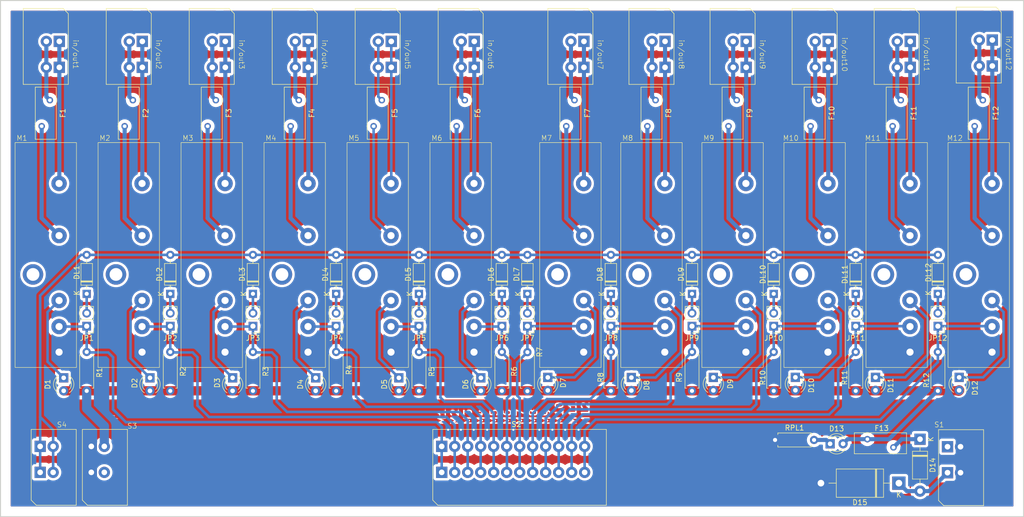
<source format=kicad_pcb>
(kicad_pcb (version 20240108) (generator "pcbnew") (generator_version "8.0")
  (layers (0 "F.Cu" signal) (31 "B.Cu" signal) (34 "B.Paste" user) (35 "F.Paste" user) (36 "B.SilkS" user "B.Silkscreen") (37 "F.SilkS" user "F.Silkscreen") (38 "B.Mask" user) (39 "F.Mask" user) (44 "Edge.Cuts" user))
  (net 0 "")
  (net 1 "Net-(in/out1-Pin_2)")
  (net 2 "Net-(M1--_in_out)")
  (net 3 "Net-(in/out2-Pin_2)")
  (net 4 "Net-(M2--_in_out)")
  (net 5 "Net-(in/out3-Pin_2)")
  (net 6 "Net-(M3--_in_out)")
  (net 7 "Net-(in/out4-Pin_2)")
  (net 8 "Net-(M4--_in_out)")
  (net 9 "Net-(in/out5-Pin_2)")
  (net 10 "Net-(M5--_in_out)")
  (net 11 "Net-(in/out6-Pin_2)")
  (net 12 "Net-(M6--_in_out)")
  (net 13 "Net-(in/out7-Pin_2)")
  (net 14 "Net-(M7--_in_out)")
  (net 15 "Net-(in/out8-Pin_2)")
  (net 16 "Net-(M8--_in_out)")
  (net 17 "Net-(in/out9-Pin_2)")
  (net 18 "Net-(M9--_in_out)")
  (net 19 "Net-(in/out10-Pin_2)")
  (net 20 "Net-(M10--_in_out)")
  (net 21 "Net-(in/out11-Pin_2)")
  (net 22 "Net-(M11--_in_out)")
  (net 23 "Net-(in/out12-Pin_2)")
  (net 24 "Net-(M12--_in_out)")
  (net 25 "VCC")
  (net 26 "+5V")
  (net 27 "Net-(M1-+_in_out)")
  (net 28 "Net-(D1-K)")
  (net 29 "GND")
  (net 30 "Net-(M2-+_in_out)")
  (net 31 "Net-(D2-K)")
  (net 32 "Net-(M3-+_in_out)")
  (net 33 "Net-(D3-K)")
  (net 34 "Net-(M4-+_in_out)")
  (net 35 "Net-(D4-K)")
  (net 36 "Net-(M5-+_in_out)")
  (net 37 "Net-(D5-K)")
  (net 38 "Net-(M6-+_in_out)")
  (net 39 "Net-(D6-K)")
  (net 40 "Net-(M7-+_in_out)")
  (net 41 "Net-(D12-K)")
  (net 42 "Net-(M8-+_in_out)")
  (net 43 "Net-(D11-K)")
  (net 44 "Net-(M9-+_in_out)")
  (net 45 "Net-(D10-K)")
  (net 46 "Net-(M10-+_in_out)")
  (net 47 "Net-(D9-K)")
  (net 48 "Net-(M11-+_in_out)")
  (net 49 "Net-(D8-K)")
  (net 50 "Net-(M12-+_in_out)")
  (net 51 "Net-(D7-K)")
  (net 52 "Net-(D13-K)")
  (net 53 "Net-(D14-K)")
  (net 54 "/J3-4")
  (net 55 "/J3-6")
  (net 56 "/J3-8")
  (net 57 "/J3-10")
  (net 58 "/J3-12")
  (net 59 "/J3-14")
  (net 60 "/J3-16")
  (net 61 "/J3-18")
  (net 62 "/J3-20")
  (net 63 "/J3-22")
  (net 64 "/J3-24")
  (net 65 "/J3-26")
  (net 66 "Net-(DL1-K)")
  (net 67 "/J3-27")
  (net 68 "Net-(DL2-K)")
  (net 69 "Net-(DL3-K)")
  (net 70 "Net-(DL4-K)")
  (net 71 "Net-(DL5-K)")
  (net 72 "Net-(DL6-K)")
  (net 73 "Net-(DL7-K)")
  (net 74 "Net-(DL8-K)")
  (net 75 "Net-(DL9-K)")
  (net 76 "Net-(DL10-K)")
  (net 77 "Net-(DL11-K)")
  (net 78 "Net-(DL12-K)")
  (footprint "Dataforth Modules:SCMD-Module-DIM" (layer "F.Cu") (at 83.515405 66.346966 90)
    (property "Reference" "M4")
    (property "Value" "SCMD")
  )
  (footprint "Connector_PinHeader_2.54mm:PinHeader_1x02_P2.54mm_Vertical" (layer "F.Cu") (at 75.347614 80.2693 180)
    (property "Reference" "JP3")
    (property "Value" "PCIN Init" (hide yes))
  )
  (footprint "Fuse:Fuse_BelFuse_0ZRE0016FF_L9.9mm_W3.8mm" (layer "F.Cu") (at 100.538002 36.045166 -90)
    (property "Reference" "F5")
    (property "Value" "Polyfuse" (hide yes))
  )
  (footprint "LED_THT:LED_D3.0mm_Clear" (layer "F.Cu") (at 103.873199 90.376109 -90)
    (property "Reference" "D5")
    (property "Value" "LED" (hide yes))
  )
  (footprint "Resistor_THT:R_Axial_DIN0207_L6.3mm_D2.5mm_P7.62mm_Horizontal" (layer "F.Cu") (at 107.801302 85.314839 -90)
    (property "Reference" "R5")
    (property "Value" "3.3R")
  )
  (footprint "LED_THT:LED_D3.0mm_Clear" (layer "F.Cu") (at 181.390404 90.269835 -90)
    (property "Reference" "D10")
    (property "Value" "LED" (hide yes))
  )
  (footprint "Diode_THT:D_DO-35_SOD27_P7.62mm_Horizontal" (layer "F.Cu") (at 177.151008 73.94008 90)
    (property "Reference" "DL10")
    (property "Value" "1N4148" (hide yes))
  )
  (footprint "LED_THT:LED_D3.0mm_Clear" (layer "F.Cu") (at 197.049617 90.283587 -90)
    (property "Reference" "D11")
    (property "Value" "LED" (hide yes))
  )
  (footprint "TerminalBlock_Series_KF141R:KF141R-2.54-02P-14 (DG141R-2.54-02P-14)" (layer "F.Cu") (at 188.998226 27.096966 180)
    (property "Reference" "in/out10")
    (property "Value" "KF141R-2.54-02P-14" (hide yes))
  )
  (footprint "Diode_THT:D_DO-35_SOD27_P7.62mm_Horizontal" (layer "F.Cu") (at 129 73.934839 90)
    (property "Reference" "DL7")
    (property "Value" "1N4148" (hide yes))
  )
  (footprint "TerminalBlock_Series_KF141R:KF141R-2.54-02P-14 (DG141R-2.54-02P-14)" (layer "F.Cu") (at 172.958703 27.096966 180)
    (property "Reference" "in/out9")
    (property "Value" "KF141R-2.54-02P-14" (hide yes))
  )
  (footprint "Dataforth Modules:SCMD-Module-DIM" (layer "F.Cu") (at 99.738002 66.346966 90)
    (property "Reference" "M5")
    (property "Value" "SCMD")
  )
  (footprint "Connector_PinHeader_2.54mm:PinHeader_1x02_P2.54mm_Vertical" (layer "F.Cu") (at 129 80.2693 180)
    (property "Reference" "JP7")
    (property "Value" "PCIN Init" (hide yes))
  )
  (footprint "LED_THT:LED_D3.0mm_Clear" (layer "F.Cu") (at 188.1717 103.285166)
    (property "Reference" "D13")
    (property "Value" "LED" (hide yes))
  )
  (footprint "Dataforth Modules:SCMD-Module-DIM" (layer "F.Cu") (at 201.190474 66.346966 90)
    (property "Reference" "M11")
    (property "Value" "SCMD")
  )
  (footprint "TerminalBlock_Series_KF141R:KF141R-2.54-02P-14 (DG141R-2.54-02P-14)" (layer "F.Cu") (at 205.037749 27.096966 180)
    (property "Reference" "in/out11")
    (property "Value" "KF141R-2.54-02P-14" (hide yes))
  )
  (footprint "TerminalBlock_Series_KF141R:KF141R-2.54-02P-14 (DG141R-2.54-02P-14)" (layer "F.Cu") (at 42.55545 106.323366)
    (property "Reference" "S3")
    (property "Value" "KF141R-2.54-02P-14" (hide yes))
  )
  (footprint "Resistor_THT:R_Axial_DIN0207_L6.3mm_D2.5mm_P7.62mm_Horizontal" (layer "F.Cu") (at 59.18691 85.314839 -90)
    (property "Reference" "R2")
    (property "Value" "3.3R")
  )
  (footprint "TerminalBlock_Series_KF141R:KF141R-2.54-02P-14 (DG141R-2.54-02P-14)" (layer "F.Cu") (at 54.917486 27.096966 180)
    (property "Reference" "in/out2")
    (property "Value" "KF141R-2.54-02P-14" (hide yes))
  )
  (footprint "TerminalBlock_Series_KF141R:KF141R-2.54-02P-14 (DG141R-2.54-02P-14)" (layer "F.Cu") (at 209.93 106.384734)
    (property "Reference" "S1")
    (property "Value" "Logic Supply" (hide yes))
  )
  (footprint "Fuse:Fuse_BelFuse_0ZRE0016FF_L9.9mm_W3.8mm" (layer "F.Cu") (at 200.56085 103.985166 180)
    (property "Reference" "F13")
    (property "Value" "Polyfuse" (hide yes))
  )
  (footprint "Dataforth Modules:SCMD-Module-DIM" (layer "F.Cu") (at 185.150951 66.346966 90)
    (property "Reference" "M10")
    (property "Value" "SCMD")
  )
  (footprint "Fuse:Fuse_BelFuse_0ZRE0016FF_L9.9mm_W3.8mm" (layer "F.Cu") (at 138.2 36.045166 -90)
    (property "Reference" "F7")
    (property "Value" "Polyfuse" (hide yes))
  )
  (footprint "Diode_THT:D_DO-35_SOD27_P7.62mm_Horizontal" (layer "F.Cu") (at 107.801302 73.934839 90)
    (property "Reference" "DL5")
    (property "Value" "1N4148" (hide yes))
  )
  (footprint "Resistor_THT:R_Axial_DIN0207_L6.3mm_D2.5mm_P7.62mm_Horizontal" (layer "F.Cu") (at 177.151008 85.314839 -90)
    (property "Reference" "R10")
    (property "Value" "3.3R")
  )
  (footprint "TerminalBlock_Series_KF141R:KF141R-2.54-02P-14 (DG141R-2.54-02P-14)" (layer "F.Cu") (at 119.807874 27.096966 180)
    (property "Reference" "in/out6")
    (property "Value" "KF141R-2.54-02P-14" (hide yes))
  )
  (footprint "Fuse:Fuse_BelFuse_0ZRE0016FF_L9.9mm_W3.8mm" (layer "F.Cu") (at 201.990474 36.045166 -90)
    (property "Reference" "F11")
    (property "Value" "Polyfuse" (hide yes))
  )
  (footprint "Resistor_THT:R_Axial_DIN0207_L6.3mm_D2.5mm_P7.62mm_Horizontal" (layer "F.Cu") (at 177.41255 102.535166)
    (property "Reference" "RPL1")
    (property "Value" "3.3R")
  )
  (footprint "LED_THT:LED_D3.0mm_Clear" (layer "F.Cu") (at 71.370539 90.376109 -90)
    (property "Reference" "D3")
    (property "Value" "LED" (hide yes))
  )
  (footprint "Dataforth Modules:SCMD-Module-DIM" (layer "F.Cu") (at 153.255714 66.346966 90)
    (property "Reference" "M8")
    (property "Value" "SCMD")
  )
  (footprint "TerminalBlock_Series_KF141R:KF141R-2.54-02P-14 (DG141R-2.54-02P-14)" (layer "F.Cu") (at 87.36268 27.096966 180)
    (property "Reference" "in/out4")
    (property "Value" "KF141R-2.54-02P-14" (hide yes))
  )
  (footprint "LED_THT:LED_D3.0mm_Clear" (layer "F.Cu") (at 55.218105 90.376109 -90)
    (property "Reference" "D2")
    (property "Value" "LED" (hide yes))
  )
  (footprint "Diode_THT:D_DO-201AE_P15.24mm_Horizontal" (layer "F.Cu") (at 201.62 110.985166 180)
    (property "Reference" "D15")
    (property "Value" "1N62xxA" (hide yes))
  )
  (footprint "Diode_THT:D_DO-35_SOD27_P7.62mm_Horizontal" (layer "F.Cu") (at 209.242354 73.934839 90)
    (property "Reference" "DL12")
    (property "Value" "1N4148" (hide yes))
  )
  (footprint "Connector_PinHeader_2.54mm:PinHeader_1x02_P2.54mm_Vertical" (layer "F.Cu") (at 161.175993 80.2693 180)
    (property "Reference" "JP9")
    (property "Value" "PCIN Init" (hide yes))
  )
  (footprint "LED_THT:LED_D3.0mm_Clear" (layer "F.Cu") (at 165.352951 90.297528 -90)
    (property "Reference" "D9")
    (property "Value" "LED" (hide yes))
  )
  (footprint "Connector_PinHeader_2.54mm:PinHeader_1x02_P2.54mm_Vertical" (layer "F.Cu") (at 91.614732 80.2693 180)
    (property "Reference" "JP4")
    (property "Value" "PCIN Init" (hide yes))
  )
  (footprint "Resistor_THT:R_Axial_DIN0207_L6.3mm_D2.5mm_P7.62mm_Horizontal" (layer "F.Cu") (at 209.242354 85.314839 -90)
    (property "Reference" "R12")
    (property "Value" "3.3R")
  )
  (footprint "TerminalBlock_Series_KF141R:KF141R-2.54-02P-14 (DG141R-2.54-02P-14)" (layer "F.Cu") (at 71.140083 27.096966 180)
    (property "Reference" "in/out3")
    (property "Value" "KF141R-2.54-02P-14" (hide yes))
  )
  (footprint "TerminalBlock_Series_KF141R:KF141R-2.54-02P-14 (DG141R-2.54-02P-14)" (layer "F.Cu") (at 32.55545 106.323366)
    (property "Reference" "S4")
    (property "Value" "KF141R-2.54-02P-14" (hide yes))
  )
  (footprint "Connector_PinHeader_2.54mm:PinHeader_1x02_P2.54mm_Vertical" (layer "F.Cu") (at 177.151008 80.2693 180)
    (property "Reference" "JP10")
    (property "Value" "PCIN Init" (hide yes))
  )
  (footprint "Connector_PinHeader_2.54mm:PinHeader_1x02_P2.54mm_Vertical" (layer "F.Cu") (at 193.184938 80.2693 180)
    (property "Reference" "JP11")
    (property "Value" "PCIN Init" (hide yes))
  )
  (footprint "Resistor_THT:R_Axial_DIN0207_L6.3mm_D2.5mm_P7.62mm_Horizontal" (layer "F.Cu") (at 145.315061 85.314839 -90)
    (property "Reference" "R8")
    (property "Value" "3.3R")
  )
  (footprint "TerminalBlock_Series_KF141R:KF141R-2.54-12P-14 (DG141R-2.54-12P-14)" (layer "F.Cu") (at 110.929183 106.308798)
    (property "Reference" "S2")
    (property "Value" "KF141R-2.54-12P-14" (hide yes))
  )
  (footprint "Resistor_THT:R_Axial_DIN0207_L6.3mm_D2.5mm_P7.62mm_Horizontal" (layer "F.Cu") (at 42.847614 85.314839 -90)
    (property "Reference" "R1")
    (property "Value" "3.3R")
  )
  (footprint "Resistor_THT:R_Axial_DIN0207_L6.3mm_D2.5mm_P7.62mm_Horizontal" (layer "F.Cu") (at 193.184938 85.314839 -90)
    (property "Reference" "R11")
    (property "Value" "3.3R")
  )
  (footprint "Resistor_THT:R_Axial_DIN0207_L6.3mm_D2.5mm_P7.62mm_Horizontal" (layer "F.Cu") (at 75.347614 85.314839 -90)
    (property "Reference" "R3")
    (property "Value" "3.3R")
  )
  (footprint "Diode_THT:D_DO-35_SOD27_P7.62mm_Horizontal" (layer "F.Cu") (at 124.012016 73.934839 90)
    (property "Reference" "DL6")
    (property "Value" "1N4148" (hide yes))
  )
  (footprint "Resistor_THT:R_Axial_DIN0207_L6.3mm_D2.5mm_P7.62mm_Horizontal" (layer "F.Cu") (at 91.614732 85.314839 -90)
    (property "Reference" "R4")
    (property "Value" "3.3R")
  )
  (footprint "Diode_THT:D_DO-35_SOD27_P7.62mm_Horizontal" (layer "F.Cu") (at 42.847614 73.934839 90)
    (property "Reference" "DL1")
    (property "Value" "1N4148" (hide yes))
  )
  (footprint "Connector_PinHeader_2.54mm:PinHeader_1x02_P2.54mm_Vertical" (layer "F.Cu") (at 209.242354 80.2693 180)
    (property "Reference" "JP12")
    (property "Value" "PCIN Init" (hide yes))
  )
  (footprint "TerminalBlock_Series_KF141R:KF141R-2.54-02P-14 (DG141R-2.54-02P-14)" (layer "F.Cu") (at 221.077275 26.827823 180)
    (property "Reference" "in/out12")
    (property "Value" "KF141R-2.54-02P-14" (hide yes))
  )
  (footprint "Diode_THT:D_DO-35_SOD27_P7.62mm_Horizontal" (layer "F.Cu") (at 193.184938 73.934839 90)
    (property "Reference" "DL11")
    (property "Value" "1N4148" (hide yes))
  )
  (footprint "Diode_THT:D_DO-35_SOD27_P7.62mm_Horizontal" (layer "F.Cu") (at 91.614732 73.934839 90)
    (property "Reference" "DL4")
    (property "Value" "1N4148" (hide yes))
  )
  (footprint "TerminalBlock_Series_KF141R:KF141R-2.54-02P-14 (DG141R-2.54-02P-14)" (layer "F.Cu") (at 141.247275 27.096966 180)
    (property "Reference" "in/out7")
    (property "Value" "KF141R-2.54-02P-14" (hide yes))
  )
  (footprint "Fuse:Fuse_BelFuse_0ZRE0016FF_L9.9mm_W3.8mm" (layer "F.Cu") (at 51.870211 36.045166 -90)
    (property "Reference" "F2")
    (property "Value" "Polyfuse" (hide yes))
  )
  (footprint "Dataforth Modules:SCMD-Module-DIM" (layer "F.Cu") (at 67.292808 66.346966 90)
    (property "Reference" "M3")
    (property "Value" "SCMD")
  )
  (footprint "Diode_THT:D_DO-35_SOD27_P7.62mm_Horizontal" (layer "F.Cu") (at 145.315061 73.934839 90)
    (property "Reference" "DL8")
    (property "Value" "1N4148" (hide yes))
  )
  (footprint "Dataforth Modules:SCMD-Module-DIM" (layer "F.Cu") (at 169.111428 66.346966 90)
    (property "Reference" "M9")
    (property "Value" "SCMD")
  )
  (footprint "Fuse:Fuse_BelFuse_0ZRE0016FF_L9.9mm_W3.8mm" (layer "F.Cu") (at 218.03 36.045166 -90)
    (property "Reference" "F12")
    (property "Value" "Polyfuse" (hide yes))
  )
  (footprint "TerminalBlock_Series_KF141R:KF141R-2.54-02P-14 (DG141R-2.54-02P-14)" (layer "F.Cu") (at 38.694889 27.096966 180)
    (property "Reference" "in/out1")
    (property "Value" "KF141R-2.54-02P-14" (hide yes))
  )
  (footprint "Fuse:Fuse_BelFuse_0ZRE0016FF_L9.9mm_W3.8mm" (layer "F.Cu") (at 185.950951 36.045166 -90)
    (property "Reference" "F10")
    (property "Value" "Polyfuse" (hide yes))
  )
  (footprint "TerminalBlock_Series_KF141R:KF141R-2.54-02P-14 (DG141R-2.54-02P-14)" (layer "F.Cu") (at 157.102989 27.096966 180)
    (property "Reference" "in/out8")
    (property "Value" "KF141R-2.54-02P-14" (hide yes))
  )
  (footprint "LED_THT:LED_D3.0mm_Clear" (layer "F.Cu") (at 149.327564 90.324365 -90)
    (property "Reference" "D8")
    (property "Value" "LED" (hide yes))
  )
  (footprint "Connector_PinHeader_2.54mm:PinHeader_1x02_P2.54mm_Vertical" (layer "F.Cu") (at 42.847614 80.2693 180)
    (property "Reference" "JP1")
    (property "Value" "PCIN Init" (hide yes))
  )
  (footprint "LED_THT:LED_D3.0mm_Clear" (layer "F.Cu") (at 87.614732 90.376109 -90)
    (property "Reference" "D4")
    (property "Value" "LED" (hide yes))
  )
  (footprint "Dataforth Modules:SCMD-Module-DIM" (layer "F.Cu") (at 217.23 66.346966 90)
    (property "Reference" "M12")
    (property "Value" "SCMD")
  )
  (footprint "LED_THT:LED_D3.0mm_Clear" (layer "F.Cu") (at 213.400336 90.284839 -90)
    (property "Reference" "D12")
    (property "Value" "LED" (hide yes))
  )
  (footprint "LED_THT:LED_D3.0mm_Clear" (layer "F.Cu") (at 119.9039 90.376109 -90)
    (property "Reference" "D6")
    (property "Value" "LED" (hide yes))
  )
  (footprint "Fuse:Fuse_BelFuse_0ZRE0016FF_L9.9mm_W3.8mm" (layer "F.Cu") (at 84.315405 36.045166 -90)
    (property "Reference" "F4")
    (property "Value" "Polyfuse" (hide yes))
  )
  (footprint "Diode_THT:D_DO-35_SOD27_P7.62mm_Horizontal" (layer "F.Cu") (at 59.18691 73.934839 90)
    (property "Reference" "DL2")
    (property "Value" "1N4148" (hide yes))
  )
  (footprint "LED_THT:LED_D3.0mm_Clear" (layer "F.Cu") (at 38.347614 90.376109 -90)
    (property "Reference" "D1")
    (property "Value" "LED" (hide yes))
  )
  (footprint "Fuse:Fuse_BelFuse_0ZRE0016FF_L9.9mm_W3.8mm" (layer "F.Cu") (at 35.647614 36.045166 -90)
    (property "Reference" "F1")
    (property "Value" "Polyfuse" (hide yes))
  )
  (footprint "Connector_PinHeader_2.54mm:PinHeader_1x02_P2.54mm_Vertical" (layer "F.Cu") (at 145.315061 80.2693 180)
    (property "Reference" "JP8")
    (property "Value" "PCIN Init" (hide yes))
  )
  (footprint "Resistor_THT:R_Axial_DIN0207_L6.3mm_D2.5mm_P7.62mm_Horizontal" (layer "F.Cu") (at 161.175993 85.314839 -90)
    (property "Reference" "R9")
    (property "Value" "3.3R")
  )
  (footprint "Diode_THT:D_DO-41_SOD81_P10.16mm_Horizontal" (layer "F.Cu") (at 205.75 102.385166 -90)
    (property "Reference" "D14")
    (property "Value" "1N4001" (hide yes))
  )
  (footprint "Fuse:Fuse_BelFuse_0ZRE0016FF_L9.9mm_W3.8mm" (layer "F.Cu") (at 169.911428 36.045166 -90)
    (property "Reference" "F9")
    (property "Value" "Polyfuse" (hide yes))
  )
  (footprint "Diode_THT:D_DO-35_SOD27_P7.62mm_Horizontal" (layer "F.Cu") (at 75.347614 73.934839 90)
    (property "Reference" "DL3")
    (property "Value" "1N4148" (hide yes))
  )
  (footprint "Dataforth Modules:SCMD-Module-DIM" (layer "F.Cu") (at 115.960599 66.346966 90)
    (property "Reference" "M6")
    (property "Value" "SCMD")
  )
  (footprint "TerminalBlock_Series_KF141R:KF141R-2.54-02P-14 (DG141R-2.54-02P-14)" (layer "F.Cu") (at 103.585277 27.096966 180)
    (property "Reference" "in/out5")
    (property "Value" "KF141R-2.54-02P-14" (hide yes))
  )
  (footprint "LED_THT:LED_D3.0mm_Clear" (layer "F.Cu") (at 132.985964 90.295306 -90)
    (property "Reference" "D7")
    (property "Value" "LED" (hide yes))
  )
  (footprint "Resistor_THT:R_Axial_DIN0207_L6.3mm_D2.5mm_P7.62mm_Horizontal" (layer "F.Cu") (at 124.012016 85.314839 -90)
    (property "Reference" "R6")
    (property "Value" "3.3R")
  )
  (footprint "Connector_PinHeader_2.54mm:PinHeader_1x02_P2.54mm_Vertical" (layer "F.Cu") (at 59.18691 80.2693 180)
    (property "Reference" "JP2")
    (property "Value" "PCIN Init" (hide yes))
  )
  (footprint "Fuse:Fuse_BelFuse_0ZRE0016FF_L9.9mm_W3.8mm" (layer "F.Cu") (at 116.760599 36.045166 -90)
    (property "Reference" "F6")
    (property "Value" "Polyfuse" (hide yes))
  )
  (footprint "Connector_PinHeader_2.54mm:PinHeader_1x02_P2.54mm_Vertical" (layer "F.Cu") (at 107.801302 80.2693 180)
    (property "Reference" "JP5")
    (property "Value" "PCIN Init" (hide yes))
  )
  (footprint "Dataforth Modules:SCMD-Module-DIM" (layer "F.Cu") (at 137.4 66.346966 90)
    (property "Reference" "M7")
    (property "Value" "SCMD")
  )
  (footprint "Fuse:Fuse_BelFuse_0ZRE0016FF_L9.9mm_W3.8mm" (layer "F.Cu") (at 68.092808 36.045166 -90)
    (property "Reference" "F3")
    (property "Value" "Polyfuse" (hide yes))
  )
  (footprint "Fuse:Fuse_BelFuse_0ZRE0016FF_L9.9mm_W3.8mm" (layer "F.Cu") (at 154.055714 36.045166 -90)
    (property "Reference" "F8")
    (property "Value" "Polyfuse" (hide yes))
  )
  (footprint "Diode_THT:D_DO-35_SOD27_P7.62mm_Horizontal" (layer "F.Cu") (at 161.175993 73.934839 90)
    (property "Reference" "DL9")
    (property "Value" "1N4148" (hide yes))
  )
  (footprint "Resistor_THT:R_Axial_DIN0207_L6.3mm_D2.5mm_P7.62mm_Horizontal" (layer "F.Cu") (at 129 85.356966 -90)
    (property "Reference" "R7")
    (property "Value" "3.3R")
  )
  (footprint "Connector_PinHeader_2.54mm:PinHeader_1x02_P2.54mm_Vertical" (layer "F.Cu") (at 124.012016 80.2693 180)
    (property "Reference" "JP6")
    (property "Value" "PCIN Init" (hide yes))
  )
  (footprint "Dataforth Modules:SCMD-Module-DIM" (layer "F.Cu") (at 34.847614 66.346966 90)
    (property "Reference" "M1")
    (property "Value" "SCMD")
  )
  (footprint "Dataforth Modules:SCMD-Module-DIM" (layer "F.Cu") (at 51.070211 66.346966 90)
    (property "Reference" "M2")
    (property "Value" "SCMD")
  )
  (gr_rect (start 26 16.545166) (end 226 117.545166) (stroke (width 0.2)) (fill none) (layer "Edge.Cuts"))
  (gr_text "+" (at 37.181547 20.594309 90) (layer "F.Cu" knockout) (effects (font (size 1.5 1.5) (thickness 0.3) (bold yes)) (justify left bottom)))
  (gr_text "-" (at 66.695194 18.545166 180) (layer "F.Cu" knockout) (effects (font (size 1.5 1.5) (thickness 0.3) (bold yes)) (justify left bottom)))
  (gr_text "+" (at 48.931547 99.519737 90) (layer "F.Cu" knockout) (effects (font (size 1.5 1.5) (thickness 0.3) (bold yes)) (justify left bottom)))
  (gr_text "M8" (at 131.033796 99.795166 90) (layer "F.Cu" knockout) (effects (font (size 1.5 1.5) (thickness 0.3) (bold yes)) (justify left bottom)))
  (gr_text "-" (at 115.362985 18.545166 180) (layer "F.Cu" knockout) (effects (font (size 1.5 1.5) (thickness 0.3) (bold yes)) (justify left bottom)))
  (gr_text "M6" (at 125.925694 99.795166 90) (layer "F.Cu" knockout) (effects (font (size 1.5 1.5) (thickness 0.3) (bold yes)) (justify left bottom)))
  (gr_text "M5" (at 123.371643 99.795166 90) (layer "F.Cu" knockout) (effects (font (size 1.5 1.5) (thickness 0.3) (bold yes)) (justify left bottom)))
  (gr_text "M12" (at 141.25 99.795166 90) (layer "F.Cu" knockout) (effects (font (size 1.5 1.5) (thickness 0.3) (bold yes)) (justify left bottom)))
  (gr_text "+" (at 85.849338 20.594309 90) (layer "F.Cu" knockout) (effects (font (size 1.5 1.5) (thickness 0.3) (bold yes)) (justify left bottom)))
  (gr_text "+" (at 118.294532 20.594309 90) (layer "F.Cu" knockout) (effects (font (size 1.5 1.5) (thickness 0.3) (bold yes)) (justify left bottom)))
  (gr_text "+" (at 53.404144 20.594309 90) (layer "F.Cu" knockout) (effects (font (size 1.5 1.5) (thickness 0.3) (bold yes)) (justify left bottom)))
  (gr_text "-" (at 34.25 18.545166 180) (layer "F.Cu" knockout) (effects (font (size 1.5 1.5) (thickness 0.3) (bold yes)) (justify left bottom)))
  (gr_text "-" (at 168.670226 18.545166 180) (layer "F.Cu" knockout) (effects (font (size 1.5 1.5) (thickness 0.3) (bold yes)) (justify left bottom)))
  (gr_text "-" (at 184.547852 18.545166 180) (layer "F.Cu" knockout) (effects (font (size 1.5 1.5) (thickness 0.3) (bold yes)) (justify left bottom)))
  (gr_text "-" (at 82.917791 18.545166 180) (layer "F.Cu" knockout) (effects (font (size 1.5 1.5) (thickness 0.3) (bold yes)) (justify left bottom)))
  (gr_text "-" (at 216.788798 18.545166 180) (layer "F.Cu" knockout) (effects (font (size 1.5 1.5) (thickness 0.3) (bold yes)) (justify left bottom)))
  (gr_text "-" (at 200.749272 18.545166 180) (layer "F.Cu" knockout) (effects (font (size 1.5 1.5) (thickness 0.3) (bold yes)) (justify left bottom)))
  (gr_text "-" (at 99.140388 18.545166 180) (layer "F.Cu" knockout) (effects (font (size 1.5 1.5) (thickness 0.3) (bold yes)) (justify left bottom)))
  (gr_text "M3" (at 118.263541 99.795166 90) (layer "F.Cu" knockout) (effects (font (size 1.5 1.5) (thickness 0.3) (bold yes)) (justify left bottom)))
  (gr_text "+" (at 219.720345 20.594309 90) (layer "F.Cu" knockout) (effects (font (size 1.5 1.5) (thickness 0.3) (bold yes)) (justify left bottom)))
  (gr_text "M10" (at 136.141898 99.795166 90) (layer "F.Cu" knockout) (effects (font (size 1.5 1.5) (thickness 0.3) (bold yes)) (justify left bottom)))
  (gr_text "+" (at 102.071935 20.594309 90) (layer "F.Cu" knockout) (effects (font (size 1.5 1.5) (thickness 0.3) (bold yes)) (justify left bottom)))
  (gr_text "+" (at 139.890345 20.594309 90) (layer "F.Cu" knockout) (effects (font (size 1.5 1.5) (thickness 0.3) (bold yes)) (justify left bottom)))
  (gr_text "+" (at 211.5 97.295166 -90) (layer "F.Cu" knockout) (effects (font (size 1.5 1.5) (thickness 0.3) (bold yes)) (justify left bottom)))
  (gr_text "-" (at 136.958798 18.545166 180) (layer "F.Cu" knockout) (effects (font (size 1.5 1.5) (thickness 0.3) (bold yes)) (justify left bottom)))
  (gr_text "-" (at 50.472597 18.545166 180) (layer "F.Cu" knockout) (effects (font (size 1.5 1.5) (thickness 0.3) (bold yes)) (justify left bottom)))
  (gr_text "M11" (at 138.695949 99.795166 90) (layer "F.Cu" knockout) (effects (font (size 1.5 1.5) (thickness 0.3) (bold yes)) (justify left bottom)))
  (gr_text "+" (at 69.626741 20.594309 90) (layer "F.Cu" knockout) (effects (font (size 1.5 1.5) (thickness 0.3) (bold yes)) (justify left bottom)))
  (gr_text "+" (at 203.680819 20.594309 90) (layer "F.Cu" knockout) (effects (font (size 1.5 1.5) (thickness 0.3) (bold yes)) (justify left bottom)))
  (gr_text "M9" (at 133.587847 99.795166 90) (layer "F.Cu" knockout) (effects (font (size 1.5 1.5) (thickness 0.3) (bold yes)) (justify left bottom)))
  (gr_text "+" (at 187.479399 20.594309 90) (layer "F.Cu" knockout) (effects (font (size 1.5 1.5) (thickness 0.3) (bold yes)) (justify left bottom)))
  (gr_text "+" (at 171.601773 20.594309 90) (layer "F.Cu" knockout) (effects (font (size 1.5 1.5) (thickness 0.3) (bold yes)) (justify left bottom)))
  (gr_text "+" (at 155.746059 20.594309 90) (layer "F.Cu" knockout) (effects (font (size 1.5 1.5) (thickness 0.3) (bold yes)) (justify left bottom)))
  (gr_text "M7" (at 128.479745 99.795166 90) (layer "F.Cu" knockout) (effects (font (size 1.5 1.5) (thickness 0.3) (bold yes)) (justify left bottom)))
  (gr_text "-" (at 214.431547 99.344309 0) (layer "F.Cu" knockout) (effects (font (size 1.5 1.5) (thickness 0.3) (bold yes)) (justify left bottom)))
  (gr_text "M4" (at 120.817592 99.795166 90) (layer "F.Cu" knockout) (effects (font (size 1.5 1.5) (thickness 0.3) (bold yes)) (justify left bottom)))
  (gr_text "-" (at 152.814512 18.545166 180) (layer "F.Cu" knockout) (effects (font (size 1.5 1.5) (thickness 0.3) (bold yes)) (justify left bottom)))
  (gr_text "-" (at 46 97.295166 180) (layer "F.Cu" knockout) (effects (font (size 1.5 1.5) (thickness 0.3) (bold yes)) (justify left bottom)))
  (gr_text "M2" (at 115.70949 99.795166 90) (layer "F.Cu" knockout) (effects (font (size 1.5 1.5) (thickness 0.3) (bold yes)) (justify left bottom)))
  (gr_text "M1" (at 113.155439 99.795166 90) (layer "F.Cu" knockout) (effects (font (size 1.5 1.5) (thickness 0.3) (bold yes)) (justify left bottom)))
  (segment (start 34.960339 24.545166) (end 34.960339 35.357891) (width 0.8) (layer "B.Cu") (net 1))
  (segment (start 34.960339 35.357891) (end 35.647614 36.045166) (width 0.8) (layer "B.Cu") (net 1))
  (segment (start 34.047614 41.145166) (end 34.047614 59.146966) (width 0.8) (layer "B.Cu") (net 2))
  (segment (start 34.047614 59.146966) (end 37.447614 62.546966) (width 0.8) (layer "B.Cu") (net 2))
  (segment (start 51.182936 35.357891) (end 51.870211 36.045166) (width 0.8) (layer "B.Cu") (net 3))
  (segment (start 51.182936 24.545166) (end 51.182936 35.357891) (width 0.8) (layer "B.Cu") (net 3))
  (segment (start 50.270211 41.145166) (end 50.270211 59.146966) (width 0.8) (layer "B.Cu") (net 4))
  (segment (start 50.270211 59.146966) (end 53.670211 62.546966) (width 0.8) (layer "B.Cu") (net 4))
  (segment (start 67.405533 35.357891) (end 68.092808 36.045166) (width 0.8) (layer "B.Cu") (net 5))
  (segment (start 67.405533 24.545166) (end 67.405533 35.357891) (width 0.8) (layer "B.Cu") (net 5))
  (segment (start 66.492808 59.146966) (end 69.892808 62.546966) (width 0.8) (layer "B.Cu") (net 6))
  (segment (start 66.492808 41.145166) (end 66.492808 59.146966) (width 0.8) (layer "B.Cu") (net 6))
  (segment (start 83.62813 24.545166) (end 83.62813 35.357891) (width 0.8) (layer "B.Cu") (net 7))
  (segment (start 83.62813 35.357891) (end 84.315405 36.045166) (width 0.8) (layer "B.Cu") (net 7))
  (segment (start 82.715405 41.145166) (end 82.715405 59.146966) (width 0.8) (layer "B.Cu") (net 8))
  (segment (start 82.715405 59.146966) (end 86.115405 62.546966) (width 0.8) (layer "B.Cu") (net 8))
  (segment (start 99.850727 35.357891) (end 100.538002 36.045166) (width 0.5) (layer "B.Cu") (net 9))
  (segment (start 99.850727 24.545166) (end 99.850727 35.357891) (width 0.5) (layer "B.Cu") (net 9))
  (segment (start 98.938002 41.145166) (end 98.938002 59.146966) (width 0.5) (layer "B.Cu") (net 10))
  (segment (start 98.938002 59.146966) (end 102.338002 62.546966) (width 0.5) (layer "B.Cu") (net 10))
  (segment (start 116.073324 35.357891) (end 116.760599 36.045166) (width 0.8) (layer "B.Cu") (net 11))
  (segment (start 116.073324 24.545166) (end 116.073324 35.357891) (width 0.8) (layer "B.Cu") (net 11))
  (segment (start 115.160599 59.146966) (end 118.560599 62.546966) (width 0.8) (layer "B.Cu") (net 12))
  (segment (start 115.160599 41.145166) (end 115.160599 59.146966) (width 0.8) (layer "B.Cu") (net 12))
  (segment (start 137.512725 24.545166) (end 137.512725 35.357891) (width 0.8) (layer "B.Cu") (net 13))
  (segment (start 137.512725 35.357891) (end 138.2 36.045166) (width 0.8) (layer "B.Cu") (net 13))
  (segment (start 136.6 41.145166) (end 136.6 59.146966) (width 0.8) (layer "B.Cu") (net 14))
  (segment (start 136.6 59.146966) (end 140 62.546966) (width 0.8) (layer "B.Cu") (net 14))
  (segment (start 153.368439 24.545166) (end 153.368439 35.357891) (width 0.8) (layer "B.Cu") (net 15))
  (segment (start 153.368439 35.357891) (end 154.055714 36.045166) (width 0.8) (layer "B.Cu") (net 15))
  (segment (start 152.455714 41.145166) (end 152.455714 59.146966) (width 0.8) (layer "B.Cu") (net 16))
  (segment (start 152.455714 59.146966) (end 155.855714 62.546966) (width 0.8) (layer "B.Cu") (net 16))
  (segment (start 169.224153 35.357891) (end 169.911428 36.045166) (width 0.8) (layer "B.Cu") (net 17))
  (segment (start 169.224153 24.545166) (end 169.224153 35.357891) (width 0.8) (layer "B.Cu") (net 17))
  (segment (start 168.311428 59.146966) (end 171.711428 62.546966) (width 0.8) (layer "B.Cu") (net 18))
  (segment (start 168.311428 41.145166) (end 168.311428 59.146966) (width 0.8) (layer "B.Cu") (net 18))
  (segment (start 185.263676 35.357891) (end 185.950951 36.045166) (width 0.8) (layer "B.Cu") (net 19))
  (segment (start 185.263676 24.545166) (end 185.263676 35.357891) (width 0.8) (layer "B.Cu") (net 19))
  (segment (start 184.350951 59.146966) (end 187.750951 62.546966) (width 0.8) (layer "B.Cu") (net 20))
  (segment (start 184.350951 41.145166) (end 184.350951 59.146966) (width 0.8) (layer "B.Cu") (net 20))
  (segment (start 201.303199 35.357891) (end 201.990474 36.045166) (width 0.8) (layer "B.Cu") (net 21))
  (segment (start 201.303199 24.545166) (end 201.303199 35.357891) (width 0.8) (layer "B.Cu") (net 21))
  (segment (start 200.390474 59.146966) (end 203.790474 62.546966) (width 0.8) (layer "B.Cu") (net 22))
  (segment (start 200.390474 41.145166) (end 200.390474 59.146966) (width 0.8) (layer "B.Cu") (net 22))
  (segment (start 217.342725 35.357891) (end 218.03 36.045166) (width 0.8) (layer "B.Cu") (net 23))
  (segment (start 217.342725 24.276023) (end 217.342725 35.357891) (width 0.8) (layer "B.Cu") (net 23))
  (segment (start 216.43 41.145166) (end 216.43 59.146966) (width 0.8) (layer "B.Cu") (net 24))
  (segment (start 216.43 59.146966) (end 219.83 62.546966) (width 0.8) (layer "B.Cu") (net 24))
  (segment (start 38.347614 92.916109) (end 213.309066 92.916109) (width 1.8) (layer "F.Cu") (net 25))
  (segment (start 213.309066 92.916109) (end 213.400336 92.824839) (width 2) (layer "F.Cu") (net 25))
  (segment (start 46.29 103.795166) (end 46.29 99.835166) (width 1.8) (layer "B.Cu") (net 25))
  (segment (start 195.46085 102.385166) (end 199.66 102.385166) (width 0.8) (layer "B.Cu") (net 25))
  (segment (start 209.110327 92.934839) (end 209.242354 92.934839) (width 0.8) (layer "B.Cu") (net 25))
  (segment (start 191.6117 102.385166) (end 190.7117 103.285166) (width 0.8) (layer "B.Cu") (net 25))
  (segment (start 42.847614 96.39278) (end 42.847614 92.934839) (width 1.8) (layer "B.Cu") (net 25))
  (segment (start 199.66 102.385166) (end 209.110327 92.934839) (width 0.8) (layer "B.Cu") (net 25))
  (segment (start 195.46085 102.385166) (end 191.6117 102.385166) (width 0.8) (layer "B.Cu") (net 25))
  (segment (start 46.29 99.835166) (end 42.847614 96.39278) (width 1.8) (layer "B.Cu") (net 25))
  (segment (start 205.75 112.545166) (end 203.18 112.545166) (width 0.8) (layer "B.Cu") (net 26))
  (segment (start 205.75 112.545166) (end 207.515918 112.545166) (width 0.8) (layer "B.Cu") (net 26))
  (segment (start 203.18 112.545166) (end 201.62 110.985166) (width 0.8) (layer "B.Cu") (net 26))
  (segment (start 207.515918 112.545166) (end 211.12455 108.936534) (width 0.8) (layer "B.Cu") (net 26))
  (segment (start 37.500339 52.294241) (end 37.447614 52.346966) (width 0.5) (layer "B.Cu") (net 27))
  (segment (start 37.500339 24.545166) (end 37.500339 52.294241) (width 0.8) (layer "B.Cu") (net 27))
  (segment (start 37.447614 75.246966) (end 35.197614 77.496966) (width 0.5) (layer "B.Cu") (net 28))
  (segment (start 35.197614 87.226109) (end 38.347614 90.376109) (width 0.5) (layer "B.Cu") (net 28))
  (segment (start 35.197614 77.496966) (end 35.197614 87.226109) (width 0.5) (layer "B.Cu") (net 28))
  (via (at 131.330608 100.552494) (size 0.8) (drill 0.4) (layers "F.Cu" "B.Cu") (net 29))
  (via (at 133.884835 100.541909) (size 0.8) (drill 0.4) (layers "F.Cu" "B.Cu") (net 29))
  (via (at 139 100.545165) (size 0.8) (drill 0.4) (layers "F.Cu" "B.Cu") (net 29))
  (via (at 118.5 100.545166) (size 0.8) (drill 0.4) (layers "F.Cu" "B.Cu") (net 29))
  (via (at 113.5 100.545166) (size 0.8) (drill 0.4) (layers "F.Cu" "B.Cu") (net 29))
  (via (at 121.129298 100.548944) (size 0.8) (drill 0.4) (layers "F.Cu" "B.Cu") (net 29))
  (via (at 126.25 100.545166) (size 0.8) (drill 0.4) (layers "F.Cu" "B.Cu") (net 29))
  (via (at 116 100.545166) (size 0.8) (drill 0.4) (layers "F.Cu" "B.Cu") (net 29))
  (via (at 136.384445 100.545165) (size 0.8) (drill 0.4) (layers "F.Cu" "B.Cu") (net 29))
  (segment (start 53.722936 52.294241) (end 53.670211 52.346966) (width 0.8) (layer "B.Cu") (net 30))
  (segment (start 53.722936 24.545166) (end 53.722936 52.294241) (width 0.8) (layer "B.Cu") (net 30))
  (segment (start 55.218105 90.376109) (end 51.420211 86.578215) (width 0.5) (layer "B.Cu") (net 31))
  (segment (start 51.420211 77.496966) (end 53.670211 75.246966) (width 0.5) (layer "B.Cu") (net 31))
  (segment (start 51.420211 86.578215) (end 51.420211 77.496966) (width 0.5) (layer "B.Cu") (net 31))
  (segment (start 69.945533 52.294241) (end 69.892808 52.346966) (width 0.8) (layer "B.Cu") (net 32))
  (segment (start 69.945533 24.545166) (end 69.945533 52.294241) (width 0.8) (layer "B.Cu") (net 32))
  (segment (start 67.642808 77.496966) (end 69.892808 75.246966) (width 0.5) (layer "B.Cu") (net 33))
  (segment (start 67.642808 86.648378) (end 67.642808 77.496966) (width 0.5) (layer "B.Cu") (net 33))
  (segment (start 71.370539 90.376109) (end 67.642808 86.648378) (width 0.5) (layer "B.Cu") (net 33))
  (segment (start 86.16813 24.545166) (end 86.16813 52.294241) (width 0.8) (layer "B.Cu") (net 34))
  (segment (start 86.16813 52.294241) (end 86.115405 52.346966) (width 0.8) (layer "B.Cu") (net 34))
  (segment (start 87.614732 90.376109) (end 83.865405 86.626782) (width 0.5) (layer "B.Cu") (net 35))
  (segment (start 83.865405 77.496966) (end 86.115405 75.246966) (width 0.5) (layer "B.Cu") (net 35))
  (segment (start 83.865405 86.626782) (end 83.865405 77.496966) (width 0.5) (layer "B.Cu") (net 35))
  (segment (start 102.390727 52.294241) (end 102.338002 52.346966) (width 0.5) (layer "B.Cu") (net 36))
  (segment (start 102.390727 24.545166) (end 102.390727 52.294241) (width 0.5) (layer "B.Cu") (net 36))
  (segment (start 100.088002 77.496966) (end 102.338002 75.246966) (width 0.5) (layer "B.Cu") (net 37))
  (segment (start 100.088002 86.590912) (end 100.088002 77.496966) (width 0.5) (layer "B.Cu") (net 37))
  (segment (start 103.873199 90.376109) (end 100.088002 86.590912) (width 0.5) (layer "B.Cu") (net 37))
  (segment (start 118.613324 24.545166) (end 118.613324 52.294241) (width 0.8) (layer "B.Cu") (net 38))
  (segment (start 118.613324 52.294241) (end 118.560599 52.346966) (width 0.8) (layer "B.Cu") (net 38))
  (segment (start 116.310599 86.782808) (end 116.310599 77.496966) (width 0.5) (layer "B.Cu") (net 39))
  (segment (start 116.310599 77.496966) (end 118.560599 75.246966) (width 0.5) (layer "B.Cu") (net 39))
  (segment (start 119.9039 90.376109) (end 116.310599 86.782808) (width 0.5) (layer "B.Cu") (net 39))
  (segment (start 140.052725 52.294241) (end 140 52.346966) (width 0.8) (layer "B.Cu") (net 40))
  (segment (start 140.052725 24.545166) (end 140.052725 52.294241) (width 0.8) (layer "B.Cu") (net 40))
  (segment (start 213.400336 90.284839) (end 218.074108 90.284839) (width 0.5) (layer "B.Cu") (net 41))
  (segment (start 222.08 77.496966) (end 219.83 75.246966) (width 0.5) (layer "B.Cu") (net 41))
  (segment (start 218.074108 90.284839) (end 222.08 86.278947) (width 0.5) (layer "B.Cu") (net 41))
  (segment (start 222.08 86.278947) (end 222.08 77.496966) (width 0.5) (layer "B.Cu") (net 41))
  (segment (start 155.908439 24.545166) (end 155.908439 52.294241) (width 0.8) (layer "B.Cu") (net 42))
  (segment (start 155.908439 52.294241) (end 155.855714 52.346966) (width 0.8) (layer "B.Cu") (net 42))
  (segment (start 207.25 85.892979) (end 207.25 78.706492) (width 0.5) (layer "B.Cu") (net 43))
  (segment (start 197.049617 90.283587) (end 202.859392 90.283587) (width 0.5) (layer "B.Cu") (net 43))
  (segment (start 202.859392 90.283587) (end 207.25 85.892979) (width 0.5) (layer "B.Cu") (net 43))
  (segment (start 207.25 78.706492) (end 203.790474 75.246966) (width 0.5) (layer "B.Cu") (net 43))
  (segment (start 171.764153 52.294241) (end 171.711428 52.346966) (width 0.8) (layer "B.Cu") (net 44))
  (segment (start 171.764153 24.545166) (end 171.764153 52.294241) (width 0.8) (layer "B.Cu") (net 44))
  (segment (start 186.010063 90.269835) (end 190.25 86.029898) (width 0.5) (layer "B.Cu") (net 45))
  (segment (start 190.25 77.746015) (end 187.750951 75.246966) (width 0.5) (layer "B.Cu") (net 45))
  (segment (start 181.390404 90.269835) (end 186.010063 90.269835) (width 0.5) (layer "B.Cu") (net 45))
  (segment (start 190.25 86.029898) (end 190.25 77.746015) (width 0.5) (layer "B.Cu") (net 45))
  (segment (start 187.803676 52.294241) (end 187.750951 52.346966) (width 0.8) (layer "B.Cu") (net 46))
  (segment (start 187.803676 24.545166) (end 187.803676 52.294241) (width 0.8) (layer "B.Cu") (net 46))
  (segment (start 174.5 85.740375) (end 174.5 78.035538) (width 0.5) (layer "B.Cu") (net 47))
  (segment (start 169.942847 90.297528) (end 174.5 85.740375) (width 0.5) (layer "B.Cu") (net 47))
  (segment (start 174.5 78.035538) (end 171.711428 75.246966) (width 0.5) (layer "B.Cu") (net 47))
  (segment (start 165.352951 90.297528) (end 169.942847 90.297528) (width 0.5) (layer "B.Cu") (net 47))
  (segment (start 203.843199 24.545166) (end 203.843199 52.294241) (width 0.8) (layer "B.Cu") (net 48))
  (segment (start 203.843199 52.294241) (end 203.790474 52.346966) (width 0.8) (layer "B.Cu") (net 48))
  (segment (start 159 78.391252) (end 155.855714 75.246966) (width 0.5) (layer "B.Cu") (net 49))
  (segment (start 149.327564 90.324365) (end 154.060296 90.324365) (width 0.5) (layer "B.Cu") (net 49))
  (segment (start 154.060296 90.324365) (end 159 85.384661) (width 0.5) (layer "B.Cu") (net 49))
  (segment (start 159 85.384661) (end 159 78.391252) (width 0.5) (layer "B.Cu") (net 49))
  (segment (start 219.882725 52.294241) (end 219.83 52.346966) (width 0.8) (layer "B.Cu") (net 50))
  (segment (start 219.882725 24.276023) (end 219.882725 52.294241) (width 0.8) (layer "B.Cu") (net 50))
  (segment (start 138.233641 90.295306) (end 142.25 86.278947) (width 0.5) (layer "B.Cu") (net 51))
  (segment (start 142.25 77.496966) (end 140 75.246966) (width 0.5) (layer "B.Cu") (net 51))
  (segment (start 132.985964 90.295306) (end 138.233641 90.295306) (width 0.5) (layer "B.Cu") (net 51))
  (segment (start 142.25 86.278947) (end 142.25 77.496966) (width 0.5) (layer "B.Cu") (net 51))
  (segment (start 187.4217 102.535166) (end 188.1717 103.285166) (width 0.8) (layer "B.Cu") (net 52))
  (segment (start 185.03255 102.535166) (end 187.4217 102.535166) (width 0.8) (layer "B.Cu") (net 52))
  (segment (start 202.16085 102.385166) (end 205.75 102.385166) (width 0.8) (layer "B.Cu") (net 53))
  (segment (start 200.56085 103.985166) (end 202.16085 102.385166) (width 0.8) (layer "B.Cu") (net 53))
  (segment (start 112.247798 100.042964) (end 112.247798 108.875166) (width 0.5) (layer "B.Cu") (net 54))
  (segment (start 111.25 99.045166) (end 112.247798 100.042964) (width 0.5) (layer "B.Cu") (net 54))
  (segment (start 37.447614 80.346966) (end 37.461218 80.36057) (width 0.5) (layer "B.Cu") (net 54))
  (segment (start 47.049143 85.406109) (end 48 86.356966) (width 0.5) (layer "B.Cu") (net 54))
  (segment (start 42.769948 80.346966) (end 42.847614 80.2693) (width 0.5) (layer "B.Cu") (net 54))
  (segment (start 37.447614 80.346966) (end 42.769948 80.346966) (width 0.5) (layer "B.Cu") (net 54))
  (segment (start 48 96.545166) (end 50.5 99.045166) (width 0.5) (layer "B.Cu") (net 54))
  (segment (start 42.847614 85.406109) (end 47.049143 85.406109) (width 0.5) (layer "B.Cu") (net 54))
  (segment (start 50.5 99.045166) (end 111.25 99.045166) (width 0.5) (layer "B.Cu") (net 54))
  (segment (start 48 86.356966) (end 48 96.545166) (width 0.5) (layer "B.Cu") (net 54))
  (segment (start 42.847614 85.314839) (end 42.847614 80.2693) (width 0.5) (layer "B.Cu") (net 54))
  (segment (start 64.5 86.356966) (end 64.5 95.795166) (width 0.5) (layer "B.Cu") (net 55))
  (segment (start 63.549143 85.406109) (end 64.5 86.356966) (width 0.5) (layer "B.Cu") (net 55))
  (segment (start 66.75 98.045166) (end 113.1882 98.045166) (width 0.5) (layer "B.Cu") (net 55))
  (segment (start 59.18691 80.2693) (end 59.18691 85.314839) (width 0.5) (layer "B.Cu") (net 55))
  (segment (start 64.5 95.795166) (end 66.75 98.045166) (width 0.5) (layer "B.Cu") (net 55))
  (segment (start 113.1882 98.045166) (end 114.787798 99.644764) (width 0.5) (layer "B.Cu") (net 55))
  (segment (start 59.173306 80.346966) (end 59.18691 80.36057) (width 0.5) (layer "B.Cu") (net 55))
  (segment (start 114.787798 99.644764) (end 114.787798 108.875166) (width 0.5) (layer "B.Cu") (net 55))
  (segment (start 59.18691 85.406109) (end 63.549143 85.406109) (width 0.5) (layer "B.Cu") (net 55))
  (segment (start 59.109244 80.346966) (end 59.18691 80.2693) (width 0.5) (layer "B.Cu") (net 55))
  (segment (start 53.670211 80.346966) (end 59.109244 80.346966) (width 0.5) (layer "B.Cu") (net 55))
  (segment (start 80 86.356966) (end 80 95.045166) (width 0.5) (layer "B.Cu") (net 56))
  (segment (start 82 97.045166) (end 115.6882 97.045166) (width 0.5) (layer "B.Cu") (net 56))
  (segment (start 75.269948 80.346966) (end 75.347614 80.2693) (width 0.5) (layer "B.Cu") (net 56))
  (segment (start 115.6882 97.045166) (end 117.325878 98.682844) (width 0.5) (layer "B.Cu") (net 56))
  (segment (start 117.325878 108.873246) (end 117.327798 108.875166) (width 0.5) (layer "B.Cu") (net 56))
  (segment (start 75.347614 85.314839) (end 75.347614 80.2693) (width 0.5) (layer "B.Cu") (net 56))
  (segment (start 69.892808 80.346966) (end 75.269948 80.346966) (width 0.5) (layer "B.Cu") (net 56))
  (segment (start 75.347614 85.406109) (end 79.049143 85.406109) (width 0.5) (layer "B.Cu") (net 56))
  (segment (start 69.892808 80.346966) (end 69.906412 80.36057) (width 0.5) (layer "B.Cu") (net 56))
  (segment (start 80 95.045166) (end 82 97.045166) (width 0.5) (layer "B.Cu") (net 56))
  (segment (start 79.049143 85.406109) (end 80 86.356966) (width 0.5) (layer "B.Cu") (net 56))
  (segment (start 117.325878 98.682844) (end 117.325878 108.873246) (width 0.5) (layer "B.Cu") (net 56))
  (segment (start 91.614732 85.314839) (end 91.614732 80.2693) (width 0.5) (layer "B.Cu") (net 57))
  (segment (start 95.5 94.045166) (end 97.5 96.045166) (width 0.5) (layer "B.Cu") (net 57))
  (segment (start 95.5 86.356966) (end 95.5 94.045166) (width 0.5) (layer "B.Cu") (net 57))
  (segment (start 91.601128 80.346966) (end 91.614732 80.36057) (width 0.5) (layer "B.Cu") (net 57))
  (segment (start 119.862201 108.869569) (end 119.867798 108.875166) (width 0.5) (layer "B.Cu") (net 57))
  (segment (start 91.614732 85.406109) (end 94.549143 85.406109) (width 0.5) (layer "B.Cu") (net 57))
  (segment (start 94.549143 85.406109) (end 95.5 86.356966) (width 0.5) (layer "B.Cu") (net 57))
  (segment (start 91.537066 80.346966) (end 91.614732 80.2693) (width 0.5) (layer "B.Cu") (net 57))
  (segment (start 119.862201 97.949167) (end 119.862201 108.869569) (width 0.5) (layer "B.Cu") (net 57))
  (segment (start 117.9582 96.045166) (end 119.862201 97.949167) (width 0.5) (layer "B.Cu") (net 57))
  (segment (start 97.5 96.045166) (end 117.9582 96.045166) (width 0.5) (layer "B.Cu") (net 57))
  (segment (start 86.115405 80.346966) (end 91.537066 80.346966) (width 0.5) (layer "B.Cu") (net 57))
  (segment (start 107.801302 85.406109) (end 111.049143 85.406109) (width 0.5) (layer "B.Cu") (net 58))
  (segment (start 107.787698 80.346966) (end 107.801302 80.36057) (width 0.5) (layer "B.Cu") (net 58))
  (segment (start 107.723636 80.346966) (end 107.801302 80.2693) (width 0.5) (layer "B.Cu") (net 58))
  (segment (start 122.407798 97.264764) (end 122.407798 108.875166) (width 0.5) (layer "B.Cu") (net 58))
  (segment (start 120.1882 95.045166) (end 122.407798 97.264764) (width 0.5) (layer "B.Cu") (net 58))
  (segment (start 111.049143 85.406109) (end 111.999999 86.356965) (width 0.5) (layer "B.Cu") (net 58))
  (segment (start 102.338002 80.346966) (end 107.723636 80.346966) (width 0.5) (layer "B.Cu") (net 58))
  (segment (start 112.8132 95.045166) (end 120.1882 95.045166) (width 0.5) (layer "B.Cu") (net 58))
  (segment (start 111.999999 94.231965) (end 112.8132 95.045166) (width 0.5) (layer "B.Cu") (net 58))
  (segment (start 107.801302 85.314839) (end 107.801302 80.2693) (width 0.5) (layer "B.Cu") (net 58))
  (segment (start 111.999999 86.356965) (end 111.999999 94.231965) (width 0.5) (layer "B.Cu") (net 58))
  (segment (start 124.012016 85.314839) (end 124.012016 80.2693) (width 0.5) (layer "B.Cu") (net 59))
  (segment (start 125.662016 93.709561) (end 125 94.371577) (width 0.5) (layer "B.Cu") (net 59))
  (segment (start 118.560599 80.346966) (end 123.93435 80.346966) (width 0.5) (layer "B.Cu") (net 59))
  (segment (start 124.012016 85.406109) (end 125.662016 87.056109) (width 0.5) (layer "B.Cu") (net 59))
  (segment (start 125 94.371577) (end 125 108.822964) (width 0.5) (layer "B.Cu") (net 59))
  (segment (start 123.998412 80.346966) (end 124.012016 80.36057) (width 0.5) (layer "B.Cu") (net 59))
  (segment (start 123.93435 80.346966) (end 124.012016 80.2693) (width 0.5) (layer "B.Cu") (net 59))
  (segment (start 125.662016 87.056109) (end 125.662016 93.709561) (width 0.5) (layer "B.Cu") (net 59))
  (segment (start 125 108.822964) (end 124.947798 108.875166) (width 0.5) (layer "B.Cu") (net 59))
  (segment (start 139.922334 80.2693) (end 140 80.346966) (width 0.5) (layer "B.Cu") (net 60))
  (segment (start 129 80.2693) (end 139.922334 80.2693) (width 0.5) (layer "B.Cu") (net 60))
  (segment (start 129 85.356966) (end 129 80.2693) (width 0.5) (layer "B.Cu") (net 60))
  (segment (start 127 93.856966) (end 127.487798 94.344764) (width 0.5) (layer "B.Cu") (net 60))
  (segment (start 129 85.356966) (end 127 87.356966) (width 0.5) (layer "B.Cu") (net 60))
  (segment (start 127.487798 94.344764) (end 127.487798 108.875166) (width 0.5) (layer "B.Cu") (net 60))
  (segment (start 127 87.356966) (end 127 93.856966) (width 0.5) (layer "B.Cu") (net 60))
  (segment (start 132.8118 94.545166) (end 141.3118 94.545166) (width 0.5) (layer "B.Cu") (net 61))
  (segment (start 155.778048 80.2693) (end 155.855714 80.346966) (width 0.5) (layer "B.Cu") (net 61))
  (segment (start 130.04 97.316966) (end 132.8118 94.545166) (width 0.5) (layer "B.Cu") (net 61))
  (segment (start 130.04 108.862964) (end 130.04 97.316966) (width 0.5) (layer "B.Cu") (net 61))
  (segment (start 145.315061 80.2693) (end 155.778048 80.2693) (width 0.5) (layer "B.Cu") (net 61))
  (segment (start 144.5309 91.326066) (end 145.315061 90.541905) (width 0.5) (layer "B.Cu") (net 61))
  (segment (start 145.315061 90.541905) (end 145.315061 85.314839) (width 0.5) (layer "B.Cu") (net 61))
  (segment (start 130.027798 108.875166) (end 130.04 108.862964) (width 0.5) (layer "B.Cu") (net 61))
  (segment (start 141.3118 94.545166) (end 144.5309 91.326066) (width 0.5) (layer "B.Cu") (net 61))
  (segment (start 145.315061 85.314839) (end 145.315061 80.2693) (width 0.5) (layer "B.Cu") (net 61))
  (segment (start 161.175993 80.2693) (end 171.633762 80.2693) (width 0.5) (layer "B.Cu") (net 62))
  (segment (start 171.633762 80.2693) (end 171.711428 80.346966) (width 0.5) (layer "B.Cu") (net 62))
  (segment (start 161.175993 85.327528) (end 157 89.503521) (width 0.5) (layer "B.Cu") (net 62))
  (segment (start 135.3118 95.545166) (end 132.58 98.276966) (width 0.5) (layer "B.Cu") (net 62))
  (segment (start 157 89.503521) (end 157 94.856966) (width 0.5) (layer "B.Cu") (net 62))
  (segment (start 132.58 98.276966) (end 132.58 108.862964) (width 0.5) (layer "B.Cu") (net 62))
  (segment (start 156.3118 95.545166) (end 135.3118 95.545166) (width 0.5) (layer "B.Cu") (net 62))
  (segment (start 132.58 108.862964) (end 132.567798 108.875166) (width 0.5) (layer "B.Cu") (net 62))
  (segment (start 161.175993 85.314839) (end 161.175993 80.2693) (width 0.5) (layer "B.Cu") (net 62))
  (segment (start 157 94.856966) (end 156.3118 95.545166) (width 0.5) (layer "B.Cu") (net 62))
  (segment (start 177.151008 85.314839) (end 177.151008 80.2693) (width 0.5) (layer "B.Cu") (net 63))
  (segment (start 177.151008 85.394158) (end 177.151008 85.314839) (width 0.5) (layer "B.Cu") (net 63))
  (segment (start 187.673285 80.2693) (end 187.750951 80.346966) (width 0.5) (layer "B.Cu") (net 63))
  (segment (start 177.151008 80.424632) (end 177.073342 80.346966) (width 0.5) (layer "B.Cu") (net 63))
  (segment (start 173.75 95.545166) (end 173.75 88.795166) (width 0.5) (layer "B.Cu") (net 63))
  (segment (start 135.12 98.736966) (end 137.3118 96.545166) (width 0.5) (layer "B.Cu") (net 63))
  (segment (start 135.12 108.862964) (end 135.12 98.736966) (width 0.5) (layer "B.Cu") (net 63))
  (segment (start 135.107798 108.875166) (end 135.12 108.862964) (width 0.5) (layer "B.Cu") (net 63))
  (segment (start 172.75 96.545166) (end 173.75 95.545166) (width 0.5) (layer "B.Cu") (net 63))
  (segment (start 173.75 88.795166) (end 177.151008 85.394158) (width 0.5) (layer "B.Cu") (net 63))
  (segment (start 177.151008 80.2693) (end 187.673285 80.2693) (width 0.5) (layer "B.Cu") (net 63))
  (segment (start 137.3118 96.545166) (end 172.75 96.545166) (width 0.5) (layer "B.Cu") (net 63))
  (segment (start 188 97.545166) (end 189.75 95.795166) (width 0.5) (layer "B.Cu") (net 64))
  (segment (start 203.712808 80.2693) (end 203.790474 80.346966) (width 0.5) (layer "B.Cu") (net 64))
  (segment (start 137.647798 99.709168) (end 139.8118 97.545166) (width 0.5) (layer "B.Cu") (net 64))
  (segment (start 193.184938 85.314839) (end 193.184938 80.2693) (width 0.5) (layer "B.Cu") (net 64))
  (segment (start 193.184938 80.2693) (end 203.712808 80.2693) (width 0.5) (layer "B.Cu") (net 64))
  (segment (start 137.647798 108.875166) (end 137.647798 99.709168) (width 0.5) (layer "B.Cu") (net 64))
  (segment (start 139.8118 97.545166) (end 188 97.545166) (width 0.5) (layer "B.Cu") (net 64))
  (segment (start 189.75 95.795166) (end 189.75 88.749777) (width 0.5) (layer "B.Cu") (net 64))
  (segment (start 193.184938 85.314839) (end 193.167047 85.296948) (width 0.5) (layer "B.Cu") (net 64))
  (segment (start 189.75 88.749777) (end 193.184938 85.314839) (width 0.5) (layer "B.Cu") (net 64))
  (segment (start 209.242354 80.2693) (end 219.752334 80.2693) (width 0.5) (layer "B.Cu") (net 65))
  (segment (start 140.187798 100.669168) (end 140.187798 108.875166) (width 0.5) (layer "B.Cu") (net 65))
  (segment (start 209.242354 85.314839) (end 209.242354 80.2693) (width 0.5) (layer "B.Cu") (net 65))
  (segment (start 142.3118 98.545166) (end 140.187798 100.669168) (width 0.5) (layer "B.Cu") (net 65))
  (segment (start 219.752334 80.2693) (end 219.83 80.346966) (width 0.5) (layer "B.Cu") (net 65))
  (segment (start 219.638523 80.2693) (end 219.83 80.077823) (width 0.5) (layer "B.Cu") (net 65))
  (segment (start 209.242354 85.314839) (end 209.242354 87.302812) (width 0.5) (layer "B.Cu") (net 65))
  (segment (start 209.242354 87.302812) (end 198 98.545166) (width 0.5) (layer "B.Cu") (net 65))
  (segment (start 198 98.545166) (end 142.3118 98.545166) (width 0.5) (layer "B.Cu") (net 65))
  (segment (start 42.847614 77.7293) (end 42.847614 73.934839) (width 0.5) (layer "B.Cu") (net 66))
  (segment (start 36.29 100.585166) (end 33.75 98.045166) (width 0.5) (layer "B.Cu") (net 67))
  (segment (start 33.75 74.295166) (end 33.75 98.045166) (width 0.5) (layer "B.Cu") (net 67))
  (segment (start 36.29 103.795166) (end 36.29 100.585166) (width 0.5) (layer "B.Cu") (net 67))
  (segment (start 33.75 98.045166) (end 33.75 108.875166) (width 0.5) (layer "B.Cu") (net 67))
  (segment (start 41.730327 66.314839) (end 33.75 74.295166) (width 0.5) (layer "B.Cu") (net 67))
  (segment (start 42.847614 66.314839) (end 209.242354 66.314839) (width 0.5) (layer "B.Cu") (net 67))
  (segment (start 42.847614 66.314839) (end 41.730327 66.314839) (width 0.5) (layer "B.Cu") (net 67))
  (segment (start 36.29 108.875166) (end 36.29 103.795166) (width 0.5) (layer "B.Cu") (net 67))
  (segment (start 59.18691 77.7293) (end 59.18691 73.934839) (width 0.5) (layer "B.Cu") (net 68))
  (segment (start 75.347614 77.7293) (end 75.347614 73.934839) (width 0.5) (layer "B.Cu") (net 69))
  (segment (start 91.614732 77.7293) (end 91.614732 73.934839) (width 0.5) (layer "B.Cu") (net 70))
  (segment (start 107.801302 77.7293) (end 107.801302 73.934839) (width 0.5) (layer "B.Cu") (net 71))
  (segment (start 124.012016 77.7293) (end 124.012016 73.934839) (width 0.5) (layer "B.Cu") (net 72))
  (segment (start 129 77.7293) (end 129 73.934839) (width 0.5) (layer "B.Cu") (net 73))
  (segment (start 145.315061 77.7293) (end 145.315061 73.934839) (width 0.5) (layer "B.Cu") (net 74))
  (segment (start 161.175993 77.7293) (end 161.175993 73.934839) (width 0.5) (layer "B.Cu") (net 75))
  (segment (start 177.151008 77.7293) (end 177.151008 73.94008) (width 0.5) (layer "B.Cu") (net 76))
  (segment (start 193.184938 77.7293) (end 193.184938 73.934839) (width 0.5) (layer "B.Cu") (net 77))
  (segment (start 209.242354 77.7293) (end 209.242354 73.934839) (width 0.5) (layer "B.Cu") (net 78))
  (zone (net 29) (net_name "GND") (layer "F.Cu") (connect_pads yes (clearance 0.8)) (min_thickness 0.25) (fill yes (thermal_gap 0.5) (thermal_bridge_width 0.5))
    (polygon (pts (xy 26 16.545166) (xy 226 16.545166) (xy 226 117.545166) (xy 26 117.545166)))
  )
  (zone (net 29) (net_name "GND") (layer "B.Cu") (connect_pads yes (clearance 0.5)) (min_thickness 0.25) (fill yes (thermal_gap 0.5) (thermal_bridge_width 0.5))
    (polygon (pts (xy 26 16.545166) (xy 226 16.545166) (xy 226 117.545166) (xy 26 117.545166) (xy 26 110.445166)))
  )
)
</source>
